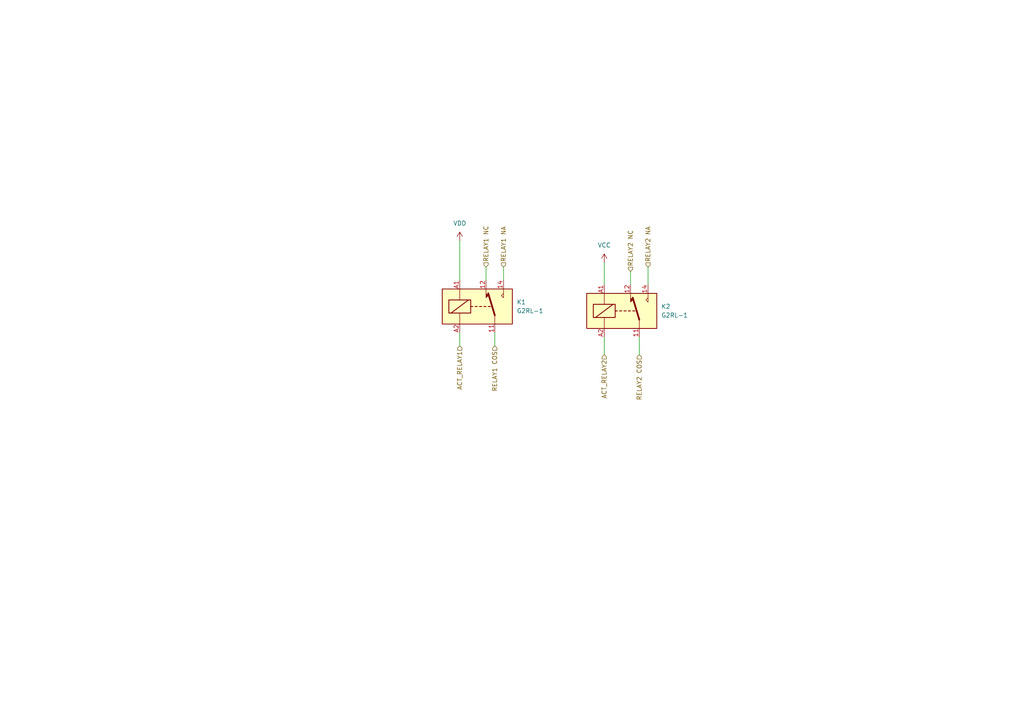
<source format=kicad_sch>
(kicad_sch
	(version 20250114)
	(generator "eeschema")
	(generator_version "9.0")
	(uuid "b740516a-ada9-4180-b796-1d4b94a253ad")
	(paper "A4")
	(lib_symbols
		(symbol "Relay:G2RL-1"
			(exclude_from_sim no)
			(in_bom yes)
			(on_board yes)
			(property "Reference" "K"
				(at 11.43 3.81 0)
				(effects
					(font
						(size 1.27 1.27)
					)
					(justify left)
				)
			)
			(property "Value" "G2RL-1"
				(at 11.43 1.27 0)
				(effects
					(font
						(size 1.27 1.27)
					)
					(justify left)
				)
			)
			(property "Footprint" "Relay_THT:Relay_SPDT_Omron_G2RL-1"
				(at 11.43 -1.27 0)
				(effects
					(font
						(size 1.27 1.27)
					)
					(justify left)
					(hide yes)
				)
			)
			(property "Datasheet" "https://omronfs.omron.com/en_US/ecb/products/pdf/en-g2rl.pdf"
				(at 0 0 0)
				(effects
					(font
						(size 1.27 1.27)
					)
					(hide yes)
				)
			)
			(property "Description" "General Purpose Low Profile Relay SPDT Through Hole, Omron G2RL series, 12A 250VAC"
				(at 0 0 0)
				(effects
					(font
						(size 1.27 1.27)
					)
					(hide yes)
				)
			)
			(property "ki_keywords" "Single Pole Relay SPDT Omron"
				(at 0 0 0)
				(effects
					(font
						(size 1.27 1.27)
					)
					(hide yes)
				)
			)
			(property "ki_fp_filters" "Relay?SPDT?Omron?G2RL*"
				(at 0 0 0)
				(effects
					(font
						(size 1.27 1.27)
					)
					(hide yes)
				)
			)
			(symbol "G2RL-1_0_0"
				(polyline
					(pts
						(xy 7.62 5.08) (xy 7.62 2.54) (xy 6.985 3.175) (xy 7.62 3.81)
					)
					(stroke
						(width 0)
						(type default)
					)
					(fill
						(type none)
					)
				)
			)
			(symbol "G2RL-1_0_1"
				(rectangle
					(start -10.16 5.08)
					(end 10.16 -5.08)
					(stroke
						(width 0.254)
						(type default)
					)
					(fill
						(type background)
					)
				)
				(rectangle
					(start -8.255 1.905)
					(end -1.905 -1.905)
					(stroke
						(width 0.254)
						(type default)
					)
					(fill
						(type none)
					)
				)
				(polyline
					(pts
						(xy -7.62 -1.905) (xy -2.54 1.905)
					)
					(stroke
						(width 0.254)
						(type default)
					)
					(fill
						(type none)
					)
				)
				(polyline
					(pts
						(xy -5.08 5.08) (xy -5.08 1.905)
					)
					(stroke
						(width 0)
						(type default)
					)
					(fill
						(type none)
					)
				)
				(polyline
					(pts
						(xy -5.08 -5.08) (xy -5.08 -1.905)
					)
					(stroke
						(width 0)
						(type default)
					)
					(fill
						(type none)
					)
				)
				(polyline
					(pts
						(xy -1.905 0) (xy -1.27 0)
					)
					(stroke
						(width 0.254)
						(type default)
					)
					(fill
						(type none)
					)
				)
				(polyline
					(pts
						(xy -0.635 0) (xy 0 0)
					)
					(stroke
						(width 0.254)
						(type default)
					)
					(fill
						(type none)
					)
				)
				(polyline
					(pts
						(xy 0.635 0) (xy 1.27 0)
					)
					(stroke
						(width 0.254)
						(type default)
					)
					(fill
						(type none)
					)
				)
				(polyline
					(pts
						(xy 1.905 0) (xy 2.54 0)
					)
					(stroke
						(width 0.254)
						(type default)
					)
					(fill
						(type none)
					)
				)
				(polyline
					(pts
						(xy 2.54 5.08) (xy 2.54 2.54) (xy 3.175 3.175) (xy 2.54 3.81)
					)
					(stroke
						(width 0)
						(type default)
					)
					(fill
						(type outline)
					)
				)
				(polyline
					(pts
						(xy 3.175 0) (xy 3.81 0)
					)
					(stroke
						(width 0.254)
						(type default)
					)
					(fill
						(type none)
					)
				)
				(polyline
					(pts
						(xy 5.08 -2.54) (xy 3.175 3.81)
					)
					(stroke
						(width 0.508)
						(type default)
					)
					(fill
						(type none)
					)
				)
				(polyline
					(pts
						(xy 5.08 -2.54) (xy 5.08 -5.08)
					)
					(stroke
						(width 0)
						(type default)
					)
					(fill
						(type none)
					)
				)
			)
			(symbol "G2RL-1_1_1"
				(pin passive line
					(at -5.08 7.62 270)
					(length 2.54)
					(name "~"
						(effects
							(font
								(size 1.27 1.27)
							)
						)
					)
					(number "A1"
						(effects
							(font
								(size 1.27 1.27)
							)
						)
					)
				)
				(pin passive line
					(at -5.08 -7.62 90)
					(length 2.54)
					(name "~"
						(effects
							(font
								(size 1.27 1.27)
							)
						)
					)
					(number "A2"
						(effects
							(font
								(size 1.27 1.27)
							)
						)
					)
				)
				(pin passive line
					(at 2.54 7.62 270)
					(length 2.54)
					(name "~"
						(effects
							(font
								(size 1.27 1.27)
							)
						)
					)
					(number "12"
						(effects
							(font
								(size 1.27 1.27)
							)
						)
					)
				)
				(pin passive line
					(at 5.08 -7.62 90)
					(length 2.54)
					(name "~"
						(effects
							(font
								(size 1.27 1.27)
							)
						)
					)
					(number "11"
						(effects
							(font
								(size 1.27 1.27)
							)
						)
					)
				)
				(pin passive line
					(at 7.62 7.62 270)
					(length 2.54)
					(name "~"
						(effects
							(font
								(size 1.27 1.27)
							)
						)
					)
					(number "14"
						(effects
							(font
								(size 1.27 1.27)
							)
						)
					)
				)
			)
			(embedded_fonts no)
		)
		(symbol "power:VCC"
			(power)
			(pin_numbers
				(hide yes)
			)
			(pin_names
				(offset 0)
				(hide yes)
			)
			(exclude_from_sim no)
			(in_bom yes)
			(on_board yes)
			(property "Reference" "#PWR"
				(at 0 -3.81 0)
				(effects
					(font
						(size 1.27 1.27)
					)
					(hide yes)
				)
			)
			(property "Value" "VCC"
				(at 0 3.556 0)
				(effects
					(font
						(size 1.27 1.27)
					)
				)
			)
			(property "Footprint" ""
				(at 0 0 0)
				(effects
					(font
						(size 1.27 1.27)
					)
					(hide yes)
				)
			)
			(property "Datasheet" ""
				(at 0 0 0)
				(effects
					(font
						(size 1.27 1.27)
					)
					(hide yes)
				)
			)
			(property "Description" "Power symbol creates a global label with name \"VCC\""
				(at 0 0 0)
				(effects
					(font
						(size 1.27 1.27)
					)
					(hide yes)
				)
			)
			(property "ki_keywords" "global power"
				(at 0 0 0)
				(effects
					(font
						(size 1.27 1.27)
					)
					(hide yes)
				)
			)
			(symbol "VCC_0_1"
				(polyline
					(pts
						(xy -0.762 1.27) (xy 0 2.54)
					)
					(stroke
						(width 0)
						(type default)
					)
					(fill
						(type none)
					)
				)
				(polyline
					(pts
						(xy 0 2.54) (xy 0.762 1.27)
					)
					(stroke
						(width 0)
						(type default)
					)
					(fill
						(type none)
					)
				)
				(polyline
					(pts
						(xy 0 0) (xy 0 2.54)
					)
					(stroke
						(width 0)
						(type default)
					)
					(fill
						(type none)
					)
				)
			)
			(symbol "VCC_1_1"
				(pin power_in line
					(at 0 0 90)
					(length 0)
					(name "~"
						(effects
							(font
								(size 1.27 1.27)
							)
						)
					)
					(number "1"
						(effects
							(font
								(size 1.27 1.27)
							)
						)
					)
				)
			)
			(embedded_fonts no)
		)
		(symbol "power:VDD"
			(power)
			(pin_numbers
				(hide yes)
			)
			(pin_names
				(offset 0)
				(hide yes)
			)
			(exclude_from_sim no)
			(in_bom yes)
			(on_board yes)
			(property "Reference" "#PWR"
				(at 0 -3.81 0)
				(effects
					(font
						(size 1.27 1.27)
					)
					(hide yes)
				)
			)
			(property "Value" "VDD"
				(at 0 3.556 0)
				(effects
					(font
						(size 1.27 1.27)
					)
				)
			)
			(property "Footprint" ""
				(at 0 0 0)
				(effects
					(font
						(size 1.27 1.27)
					)
					(hide yes)
				)
			)
			(property "Datasheet" ""
				(at 0 0 0)
				(effects
					(font
						(size 1.27 1.27)
					)
					(hide yes)
				)
			)
			(property "Description" "Power symbol creates a global label with name \"VDD\""
				(at 0 0 0)
				(effects
					(font
						(size 1.27 1.27)
					)
					(hide yes)
				)
			)
			(property "ki_keywords" "global power"
				(at 0 0 0)
				(effects
					(font
						(size 1.27 1.27)
					)
					(hide yes)
				)
			)
			(symbol "VDD_0_1"
				(polyline
					(pts
						(xy -0.762 1.27) (xy 0 2.54)
					)
					(stroke
						(width 0)
						(type default)
					)
					(fill
						(type none)
					)
				)
				(polyline
					(pts
						(xy 0 2.54) (xy 0.762 1.27)
					)
					(stroke
						(width 0)
						(type default)
					)
					(fill
						(type none)
					)
				)
				(polyline
					(pts
						(xy 0 0) (xy 0 2.54)
					)
					(stroke
						(width 0)
						(type default)
					)
					(fill
						(type none)
					)
				)
			)
			(symbol "VDD_1_1"
				(pin power_in line
					(at 0 0 90)
					(length 0)
					(name "~"
						(effects
							(font
								(size 1.27 1.27)
							)
						)
					)
					(number "1"
						(effects
							(font
								(size 1.27 1.27)
							)
						)
					)
				)
			)
			(embedded_fonts no)
		)
	)
	(wire
		(pts
			(xy 146.05 77.47) (xy 146.05 81.28)
		)
		(stroke
			(width 0)
			(type default)
		)
		(uuid "1ce7ea52-c6d4-4fb5-89b1-285419a92dfa")
	)
	(wire
		(pts
			(xy 182.88 78.74) (xy 182.88 82.55)
		)
		(stroke
			(width 0)
			(type default)
		)
		(uuid "1fb2d07e-0c55-42fc-967e-34c759dc3089")
	)
	(wire
		(pts
			(xy 187.96 77.47) (xy 187.96 82.55)
		)
		(stroke
			(width 0)
			(type default)
		)
		(uuid "3864c91d-832f-4932-8141-95a81c358c37")
	)
	(wire
		(pts
			(xy 185.42 97.79) (xy 185.42 102.87)
		)
		(stroke
			(width 0)
			(type default)
		)
		(uuid "58eded5f-7f12-48bb-8178-b1db6f1535c8")
	)
	(wire
		(pts
			(xy 133.35 96.52) (xy 133.35 100.33)
		)
		(stroke
			(width 0)
			(type default)
		)
		(uuid "84f80dce-a12f-42f5-beba-8b30e66ce6b3")
	)
	(wire
		(pts
			(xy 143.51 100.33) (xy 143.51 96.52)
		)
		(stroke
			(width 0)
			(type default)
		)
		(uuid "9fe01bc1-8fee-4c39-afa8-f7136444b805")
	)
	(wire
		(pts
			(xy 140.97 77.47) (xy 140.97 81.28)
		)
		(stroke
			(width 0)
			(type default)
		)
		(uuid "a5f445d7-4ec1-4aaa-85e1-1d8fa56278cd")
	)
	(wire
		(pts
			(xy 175.26 76.2) (xy 175.26 82.55)
		)
		(stroke
			(width 0)
			(type default)
		)
		(uuid "d770b7e6-8698-4f1f-8c9f-026e3a3e3b0f")
	)
	(wire
		(pts
			(xy 133.35 69.85) (xy 133.35 81.28)
		)
		(stroke
			(width 0)
			(type default)
		)
		(uuid "de4b786b-5599-4ea7-8271-1285980d36a5")
	)
	(wire
		(pts
			(xy 175.26 97.79) (xy 175.26 102.87)
		)
		(stroke
			(width 0)
			(type default)
		)
		(uuid "efd4bd67-a424-4ca8-8b1e-c492a1e876e6")
	)
	(hierarchical_label "RELAY2 NA"
		(shape input)
		(at 187.96 77.47 90)
		(effects
			(font
				(size 1.27 1.27)
			)
			(justify left)
		)
		(uuid "219213c6-c978-4478-be69-c5d0b11b3f6f")
	)
	(hierarchical_label "ACT_RELAY2"
		(shape input)
		(at 175.26 102.87 270)
		(effects
			(font
				(size 1.27 1.27)
			)
			(justify right)
		)
		(uuid "23cce54f-f330-4ab0-9873-c329df7d8334")
	)
	(hierarchical_label "RELAY1 NC"
		(shape input)
		(at 140.97 77.47 90)
		(effects
			(font
				(size 1.27 1.27)
			)
			(justify left)
		)
		(uuid "57762de5-3406-4d1e-a44d-bb7f7b593271")
	)
	(hierarchical_label "RELAY1 COS"
		(shape input)
		(at 143.51 100.33 270)
		(effects
			(font
				(size 1.27 1.27)
			)
			(justify right)
		)
		(uuid "6fffc2d5-ffe5-4b17-b90e-916ed04f4192")
	)
	(hierarchical_label "RELAY2 NC"
		(shape input)
		(at 182.88 78.74 90)
		(effects
			(font
				(size 1.27 1.27)
			)
			(justify left)
		)
		(uuid "7aa44bae-4d71-46cc-a399-ddfa2b984b4f")
	)
	(hierarchical_label "ACT_RELAY1"
		(shape input)
		(at 133.35 100.33 270)
		(effects
			(font
				(size 1.27 1.27)
			)
			(justify right)
		)
		(uuid "8110c649-a05d-4f2d-ac84-7338525a07b3")
	)
	(hierarchical_label "RELAY1 NA"
		(shape input)
		(at 146.05 77.47 90)
		(effects
			(font
				(size 1.27 1.27)
			)
			(justify left)
		)
		(uuid "8a10e437-76e8-4ee7-b6c1-7c9e7352a5ff")
	)
	(hierarchical_label "RELAY2 COS"
		(shape input)
		(at 185.42 102.87 270)
		(effects
			(font
				(size 1.27 1.27)
			)
			(justify right)
		)
		(uuid "8b47c81f-acc2-43ca-ba99-51b4d5c39491")
	)
	(symbol
		(lib_id "power:VCC")
		(at 175.26 76.2 0)
		(unit 1)
		(exclude_from_sim no)
		(in_bom yes)
		(on_board yes)
		(dnp no)
		(fields_autoplaced yes)
		(uuid "0b63d64c-d085-499f-a449-e0c9c760ea8f")
		(property "Reference" "#PWR032"
			(at 175.26 80.01 0)
			(effects
				(font
					(size 1.27 1.27)
				)
				(hide yes)
			)
		)
		(property "Value" "VCC"
			(at 175.26 71.12 0)
			(effects
				(font
					(size 1.27 1.27)
				)
			)
		)
		(property "Footprint" ""
			(at 175.26 76.2 0)
			(effects
				(font
					(size 1.27 1.27)
				)
				(hide yes)
			)
		)
		(property "Datasheet" ""
			(at 175.26 76.2 0)
			(effects
				(font
					(size 1.27 1.27)
				)
				(hide yes)
			)
		)
		(property "Description" "Power symbol creates a global label with name \"VCC\""
			(at 175.26 76.2 0)
			(effects
				(font
					(size 1.27 1.27)
				)
				(hide yes)
			)
		)
		(pin "1"
			(uuid "71a5bad8-6045-406a-8b42-ac7cd5c59e9d")
		)
		(instances
			(project "NIVARA"
				(path "/3316800a-fcca-41ca-9023-20b291ea5b86/c0cd373c-de7c-400a-b964-13d674a357ce/3c9c2bea-e645-4ae7-a1e0-e410be589df3"
					(reference "#PWR032")
					(unit 1)
				)
			)
		)
	)
	(symbol
		(lib_id "Relay:G2RL-1")
		(at 138.43 88.9 0)
		(unit 1)
		(exclude_from_sim no)
		(in_bom yes)
		(on_board yes)
		(dnp no)
		(fields_autoplaced yes)
		(uuid "271b35fc-458b-4d23-8fc7-dd31f7ee970e")
		(property "Reference" "K1"
			(at 149.86 87.6299 0)
			(effects
				(font
					(size 1.27 1.27)
				)
				(justify left)
			)
		)
		(property "Value" "G2RL-1"
			(at 149.86 90.1699 0)
			(effects
				(font
					(size 1.27 1.27)
				)
				(justify left)
			)
		)
		(property "Footprint" "Relay_THT:Relay_SPDT_Omron_G2RL-1"
			(at 149.86 90.17 0)
			(effects
				(font
					(size 1.27 1.27)
				)
				(justify left)
				(hide yes)
			)
		)
		(property "Datasheet" "https://omronfs.omron.com/en_US/ecb/products/pdf/en-g2rl.pdf"
			(at 138.43 88.9 0)
			(effects
				(font
					(size 1.27 1.27)
				)
				(hide yes)
			)
		)
		(property "Description" "General Purpose Low Profile Relay SPDT Through Hole, Omron G2RL series, 12A 250VAC"
			(at 138.43 88.9 0)
			(effects
				(font
					(size 1.27 1.27)
				)
				(hide yes)
			)
		)
		(pin "14"
			(uuid "8d7c773d-a7e6-411a-a59a-0d76b5386e96")
		)
		(pin "12"
			(uuid "b718b134-6a0c-4b2d-a8cf-51b4f81e1730")
		)
		(pin "A2"
			(uuid "f0ccefb8-1ff0-448e-9cd9-e174cfa0f812")
		)
		(pin "11"
			(uuid "d165c126-c58f-4d81-ba0b-0bf8a59a2b8c")
		)
		(pin "A1"
			(uuid "13e978b4-8cf4-4a19-a2a2-331c2f2d98d4")
		)
		(instances
			(project "NIVARA"
				(path "/3316800a-fcca-41ca-9023-20b291ea5b86/c0cd373c-de7c-400a-b964-13d674a357ce/3c9c2bea-e645-4ae7-a1e0-e410be589df3"
					(reference "K1")
					(unit 1)
				)
			)
		)
	)
	(symbol
		(lib_id "power:VDD")
		(at 133.35 69.85 0)
		(unit 1)
		(exclude_from_sim no)
		(in_bom yes)
		(on_board yes)
		(dnp no)
		(fields_autoplaced yes)
		(uuid "867e2cce-cecc-42ad-90a2-c000f735dbc1")
		(property "Reference" "#PWR018"
			(at 133.35 73.66 0)
			(effects
				(font
					(size 1.27 1.27)
				)
				(hide yes)
			)
		)
		(property "Value" "VDD"
			(at 133.35 64.77 0)
			(effects
				(font
					(size 1.27 1.27)
				)
			)
		)
		(property "Footprint" ""
			(at 133.35 69.85 0)
			(effects
				(font
					(size 1.27 1.27)
				)
				(hide yes)
			)
		)
		(property "Datasheet" ""
			(at 133.35 69.85 0)
			(effects
				(font
					(size 1.27 1.27)
				)
				(hide yes)
			)
		)
		(property "Description" "Power symbol creates a global label with name \"VDD\""
			(at 133.35 69.85 0)
			(effects
				(font
					(size 1.27 1.27)
				)
				(hide yes)
			)
		)
		(pin "1"
			(uuid "51a469a0-3cda-4c45-ac56-f730876a9104")
		)
		(instances
			(project ""
				(path "/3316800a-fcca-41ca-9023-20b291ea5b86/c0cd373c-de7c-400a-b964-13d674a357ce/3c9c2bea-e645-4ae7-a1e0-e410be589df3"
					(reference "#PWR018")
					(unit 1)
				)
			)
		)
	)
	(symbol
		(lib_id "Relay:G2RL-1")
		(at 180.34 90.17 0)
		(unit 1)
		(exclude_from_sim no)
		(in_bom yes)
		(on_board yes)
		(dnp no)
		(fields_autoplaced yes)
		(uuid "f0af92bb-05f5-4b9b-b5ec-2696067aaf1b")
		(property "Reference" "K2"
			(at 191.77 88.8999 0)
			(effects
				(font
					(size 1.27 1.27)
				)
				(justify left)
			)
		)
		(property "Value" "G2RL-1"
			(at 191.77 91.4399 0)
			(effects
				(font
					(size 1.27 1.27)
				)
				(justify left)
			)
		)
		(property "Footprint" "Relay_THT:Relay_SPDT_Omron_G2RL-1"
			(at 191.77 91.44 0)
			(effects
				(font
					(size 1.27 1.27)
				)
				(justify left)
				(hide yes)
			)
		)
		(property "Datasheet" "https://omronfs.omron.com/en_US/ecb/products/pdf/en-g2rl.pdf"
			(at 180.34 90.17 0)
			(effects
				(font
					(size 1.27 1.27)
				)
				(hide yes)
			)
		)
		(property "Description" "General Purpose Low Profile Relay SPDT Through Hole, Omron G2RL series, 12A 250VAC"
			(at 180.34 90.17 0)
			(effects
				(font
					(size 1.27 1.27)
				)
				(hide yes)
			)
		)
		(pin "14"
			(uuid "3ab1bf0a-eed4-478a-bff0-99082d6801b8")
		)
		(pin "12"
			(uuid "50f9da7c-c61a-4a3f-bf0f-86df244b7653")
		)
		(pin "A2"
			(uuid "f025e245-5b7d-4cad-96cb-88e3d961373e")
		)
		(pin "11"
			(uuid "bacaa8ff-bf58-4aff-b3ae-96facf88e101")
		)
		(pin "A1"
			(uuid "478192a8-6097-4a70-b5e0-bcc02735e6dd")
		)
		(instances
			(project "NIVARA"
				(path "/3316800a-fcca-41ca-9023-20b291ea5b86/c0cd373c-de7c-400a-b964-13d674a357ce/3c9c2bea-e645-4ae7-a1e0-e410be589df3"
					(reference "K2")
					(unit 1)
				)
			)
		)
	)
)

</source>
